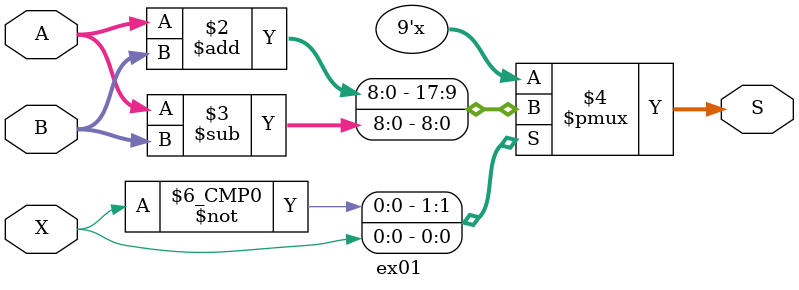
<source format=sv>
module ex01 (input X, input [7:0] A, B, output logic [8:0] S);

always_comb begin

	case(X)
		1'b0: S = A + B;
		1'b1: S = A - B;
	endcase	
	
end	

endmodule 
</source>
